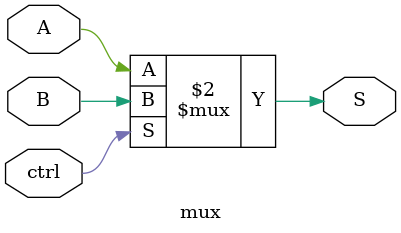
<source format=v>
`timescale 1ns / 1ps
module mux(
           input wire A,B,
			  output wire S,
			  input wire ctrl
    );

assign S = (ctrl==0)?A:B;
	
endmodule
</source>
